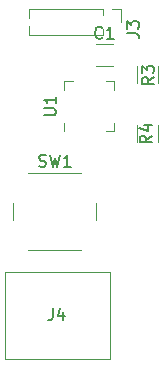
<source format=gbr>
%TF.GenerationSoftware,KiCad,Pcbnew,(5.1.9-0-10_14)*%
%TF.CreationDate,2021-04-19T07:38:01+01:00*%
%TF.ProjectId,Shelly,5368656c-6c79-42e6-9b69-6361645f7063,rev?*%
%TF.SameCoordinates,Original*%
%TF.FileFunction,Legend,Top*%
%TF.FilePolarity,Positive*%
%FSLAX46Y46*%
G04 Gerber Fmt 4.6, Leading zero omitted, Abs format (unit mm)*
G04 Created by KiCad (PCBNEW (5.1.9-0-10_14)) date 2021-04-19 07:38:01*
%MOMM*%
%LPD*%
G01*
G04 APERTURE LIST*
%ADD10C,0.120000*%
%ADD11C,0.150000*%
G04 APERTURE END LIST*
D10*
%TO.C,U1*%
X176965000Y-70510000D02*
X176965000Y-71235000D01*
X181185000Y-67015000D02*
X180460000Y-67015000D01*
X181185000Y-67740000D02*
X181185000Y-67015000D01*
X181185000Y-71235000D02*
X180460000Y-71235000D01*
X181185000Y-70510000D02*
X181185000Y-71235000D01*
X176965000Y-67015000D02*
X177690000Y-67015000D01*
X176965000Y-67740000D02*
X176965000Y-67015000D01*
%TO.C,SW1*%
X179650000Y-78800000D02*
X179650000Y-77300000D01*
X178400000Y-74800000D02*
X173900000Y-74800000D01*
X172650000Y-77300000D02*
X172650000Y-78800000D01*
X173900000Y-81300000D02*
X178400000Y-81300000D01*
%TO.C,C1*%
X179626248Y-63890000D02*
X181048752Y-63890000D01*
X179626248Y-65710000D02*
X181048752Y-65710000D01*
%TO.C,J3*%
X181760000Y-60890000D02*
X181760000Y-62000000D01*
X181000000Y-60890000D02*
X181760000Y-60890000D01*
X180240000Y-62563471D02*
X180240000Y-63110000D01*
X180240000Y-60890000D02*
X180240000Y-61436529D01*
X180240000Y-63110000D02*
X173955000Y-63110000D01*
X180240000Y-60890000D02*
X173955000Y-60890000D01*
X173955000Y-62307530D02*
X173955000Y-63110000D01*
X173955000Y-60890000D02*
X173955000Y-61692470D01*
%TO.C,R4*%
X184910000Y-72177064D02*
X184910000Y-70722936D01*
X183090000Y-72177064D02*
X183090000Y-70722936D01*
%TO.C,R3*%
X183090000Y-65722936D02*
X183090000Y-67177064D01*
X184910000Y-65722936D02*
X184910000Y-67177064D01*
%TO.C,J4*%
X171900000Y-90490000D02*
X180840000Y-90490000D01*
X180840000Y-83140000D02*
X180840000Y-90490000D01*
X171900000Y-83140000D02*
X180840000Y-83140000D01*
X171900000Y-90490000D02*
X171900000Y-83140000D01*
%TO.C,U1*%
D11*
X175227380Y-69886904D02*
X176036904Y-69886904D01*
X176132142Y-69839285D01*
X176179761Y-69791666D01*
X176227380Y-69696428D01*
X176227380Y-69505952D01*
X176179761Y-69410714D01*
X176132142Y-69363095D01*
X176036904Y-69315476D01*
X175227380Y-69315476D01*
X176227380Y-68315476D02*
X176227380Y-68886904D01*
X176227380Y-68601190D02*
X175227380Y-68601190D01*
X175370238Y-68696428D01*
X175465476Y-68791666D01*
X175513095Y-68886904D01*
%TO.C,SW1*%
X174816666Y-74204761D02*
X174959523Y-74252380D01*
X175197619Y-74252380D01*
X175292857Y-74204761D01*
X175340476Y-74157142D01*
X175388095Y-74061904D01*
X175388095Y-73966666D01*
X175340476Y-73871428D01*
X175292857Y-73823809D01*
X175197619Y-73776190D01*
X175007142Y-73728571D01*
X174911904Y-73680952D01*
X174864285Y-73633333D01*
X174816666Y-73538095D01*
X174816666Y-73442857D01*
X174864285Y-73347619D01*
X174911904Y-73300000D01*
X175007142Y-73252380D01*
X175245238Y-73252380D01*
X175388095Y-73300000D01*
X175721428Y-73252380D02*
X175959523Y-74252380D01*
X176150000Y-73538095D01*
X176340476Y-74252380D01*
X176578571Y-73252380D01*
X177483333Y-74252380D02*
X176911904Y-74252380D01*
X177197619Y-74252380D02*
X177197619Y-73252380D01*
X177102380Y-73395238D01*
X177007142Y-73490476D01*
X176911904Y-73538095D01*
%TO.C,C1*%
X180170833Y-63307142D02*
X180123214Y-63354761D01*
X179980357Y-63402380D01*
X179885119Y-63402380D01*
X179742261Y-63354761D01*
X179647023Y-63259523D01*
X179599404Y-63164285D01*
X179551785Y-62973809D01*
X179551785Y-62830952D01*
X179599404Y-62640476D01*
X179647023Y-62545238D01*
X179742261Y-62450000D01*
X179885119Y-62402380D01*
X179980357Y-62402380D01*
X180123214Y-62450000D01*
X180170833Y-62497619D01*
X181123214Y-63402380D02*
X180551785Y-63402380D01*
X180837500Y-63402380D02*
X180837500Y-62402380D01*
X180742261Y-62545238D01*
X180647023Y-62640476D01*
X180551785Y-62688095D01*
%TO.C,J3*%
X182252380Y-62933333D02*
X182966666Y-62933333D01*
X183109523Y-62980952D01*
X183204761Y-63076190D01*
X183252380Y-63219047D01*
X183252380Y-63314285D01*
X182252380Y-62552380D02*
X182252380Y-61933333D01*
X182633333Y-62266666D01*
X182633333Y-62123809D01*
X182680952Y-62028571D01*
X182728571Y-61980952D01*
X182823809Y-61933333D01*
X183061904Y-61933333D01*
X183157142Y-61980952D01*
X183204761Y-62028571D01*
X183252380Y-62123809D01*
X183252380Y-62409523D01*
X183204761Y-62504761D01*
X183157142Y-62552380D01*
%TO.C,R4*%
X184352380Y-71616666D02*
X183876190Y-71950000D01*
X184352380Y-72188095D02*
X183352380Y-72188095D01*
X183352380Y-71807142D01*
X183400000Y-71711904D01*
X183447619Y-71664285D01*
X183542857Y-71616666D01*
X183685714Y-71616666D01*
X183780952Y-71664285D01*
X183828571Y-71711904D01*
X183876190Y-71807142D01*
X183876190Y-72188095D01*
X183685714Y-70759523D02*
X184352380Y-70759523D01*
X183304761Y-70997619D02*
X184019047Y-71235714D01*
X184019047Y-70616666D01*
%TO.C,R3*%
X184552380Y-66656666D02*
X184076190Y-66990000D01*
X184552380Y-67228095D02*
X183552380Y-67228095D01*
X183552380Y-66847142D01*
X183600000Y-66751904D01*
X183647619Y-66704285D01*
X183742857Y-66656666D01*
X183885714Y-66656666D01*
X183980952Y-66704285D01*
X184028571Y-66751904D01*
X184076190Y-66847142D01*
X184076190Y-67228095D01*
X183552380Y-66323333D02*
X183552380Y-65704285D01*
X183933333Y-66037619D01*
X183933333Y-65894761D01*
X183980952Y-65799523D01*
X184028571Y-65751904D01*
X184123809Y-65704285D01*
X184361904Y-65704285D01*
X184457142Y-65751904D01*
X184504761Y-65799523D01*
X184552380Y-65894761D01*
X184552380Y-66180476D01*
X184504761Y-66275714D01*
X184457142Y-66323333D01*
%TO.C,J4*%
X175966666Y-86252380D02*
X175966666Y-86966666D01*
X175919047Y-87109523D01*
X175823809Y-87204761D01*
X175680952Y-87252380D01*
X175585714Y-87252380D01*
X176871428Y-86585714D02*
X176871428Y-87252380D01*
X176633333Y-86204761D02*
X176395238Y-86919047D01*
X177014285Y-86919047D01*
%TD*%
M02*

</source>
